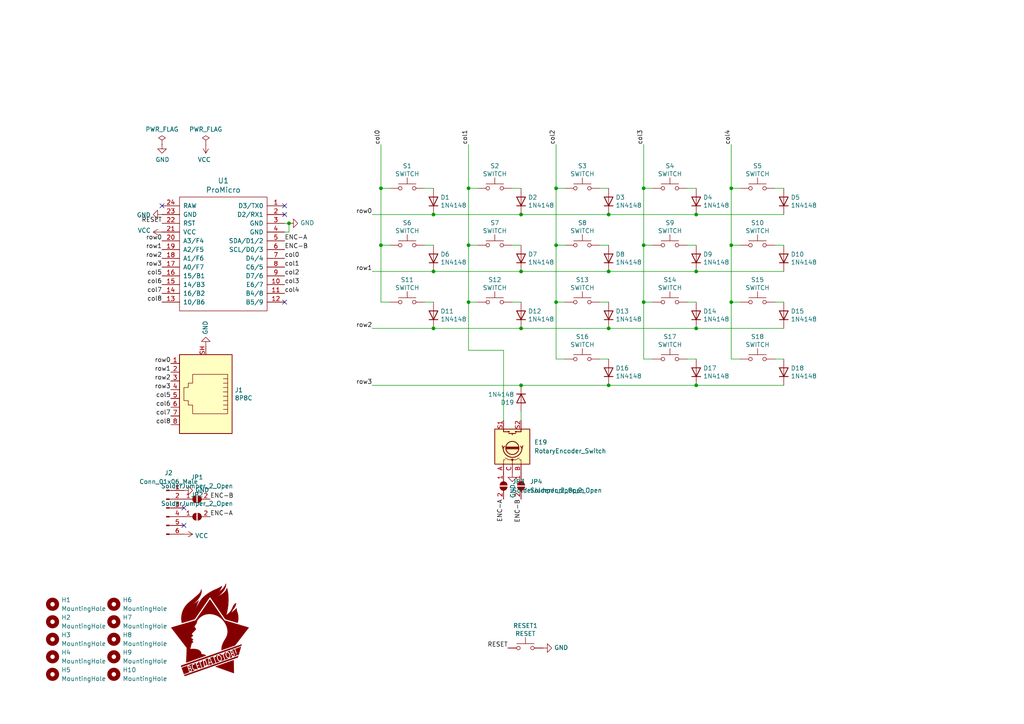
<source format=kicad_sch>
(kicad_sch (version 20230121) (generator eeschema)
  (paper "A4")
  (title_block (title "SEPR-LEFT") (date "2023-11-15") (rev "0.1"))
  (lib_symbols
    (symbol "Connector:Conn_01x06_Male" (pin_names (offset 1.016) hide)
      (property "Reference" "J" (at 0 7.62 0))
      (property "Value" "Conn_01x06_Male" (at 0 -10.16 0))
      (symbol "Conn_01x06_Male_1_1"
        (pin passive line (at 5.08 5.08 180) (length 3.81) (name "Pin_1") (number "1"))
        (pin passive line (at 5.08 2.54 180) (length 3.81) (name "Pin_2") (number "2"))
        (pin passive line (at 5.08 0 180) (length 3.81) (name "Pin_3") (number "3"))
        (pin passive line (at 5.08 -2.54 180) (length 3.81) (name "Pin_4") (number "4"))
        (pin passive line (at 5.08 -5.08 180) (length 3.81) (name "Pin_5") (number "5"))
        (pin passive line (at 5.08 -7.62 180) (length 3.81) (name "Pin_6") (number "6"))
      )
    )
    (symbol "Connector:RJ45_Shielded" (pin_names (offset 1.016))
      (property "Reference" "J" (at -5.08 13.97 0))
      (property "Value" "RJ45_Shielded" (at 2.54 13.97 0))
      (symbol "RJ45_Shielded_1_1"
        (pin passive line (at 10.16 -7.62 180) (length 2.54) (name "~") (number "1"))
        (pin passive line (at 10.16 -5.08 180) (length 2.54) (name "~") (number "2"))
        (pin passive line (at 10.16 -2.54 180) (length 2.54) (name "~") (number "3"))
        (pin passive line (at 10.16 0 180) (length 2.54) (name "~") (number "4"))
        (pin passive line (at 10.16 2.54 180) (length 2.54) (name "~") (number "5"))
        (pin passive line (at 10.16 5.08 180) (length 2.54) (name "~") (number "6"))
        (pin passive line (at 10.16 7.62 180) (length 2.54) (name "~") (number "7"))
        (pin passive line (at 10.16 10.16 180) (length 2.54) (name "~") (number "8"))
        (pin passive line (at 0 -12.7 90) (length 2.54) (name "~") (number "SH"))
      )
    )
    (symbol "Device:RotaryEncoder_Switch" (pin_names (offset 0.254) hide)
      (property "Reference" "SW" (at 0 6.604 0))
      (property "Value" "RotaryEncoder_Switch" (at 0 -6.604 0))
      (symbol "RotaryEncoder_Switch_1_1"
        (pin passive line (at -7.62 2.54 0) (length 2.54) (name "A") (number "A"))
        (pin passive line (at -7.62 -2.54 0) (length 2.54) (name "B") (number "B"))
        (pin passive line (at -7.62 0 0) (length 2.54) (name "C") (number "C"))
        (pin passive line (at 7.62 2.54 180) (length 2.54) (name "S1") (number "S1"))
        (pin passive line (at 7.62 -2.54 180) (length 2.54) (name "S2") (number "S2"))
      )
    )
    (symbol "Diode:1N4148" (pin_numbers hide) (pin_names (offset 1.016) hide)
      (property "Reference" "D" (at 0 2.54 0))
      (property "Value" "1N4148" (at 0 -2.54 0))
      (symbol "1N4148_1_1"
        (pin passive line (at -3.81 0 0) (length 2.54) (name "K") (number "1"))
        (pin passive line (at 3.81 0 180) (length 2.54) (name "A") (number "2"))
      )
    )
    (symbol "Jumper:SolderJumper_2_Open" (pin_names (offset 0) hide)
      (property "Reference" "JP" (at 0 2.032 0))
      (property "Value" "SolderJumper_2_Open" (at 0 -2.54 0))
      (symbol "SolderJumper_2_Open_1_1"
        (pin passive line (at -3.81 0 0) (length 2.54) (name "A") (number "1"))
        (pin passive line (at 3.81 0 180) (length 2.54) (name "B") (number "2"))
      )
    )
    (symbol "Mechanical:MountingHole" (pin_names (offset 1.016))
      (property "Reference" "H" (at 0 5.08 0))
      (property "Value" "MountingHole" (at 0 3.175 0))
    )
    (symbol "PROMICRO:PROMICRO" (pin_names (offset 1.016))
      (property "Reference" "U1" (at 1.27 25.0698 0))
      (property "Value" "PROMICRO" (at 1.27 22.3774 0))
      (symbol "PROMICRO_1_1"
        (pin bidirectional line (at 19.05 17.78 180) (length 5.08) (name "D3/TX0") (number "1"))
        (pin bidirectional line (at 19.05 -5.08 180) (length 5.08) (name "E6/7") (number "10"))
        (pin bidirectional line (at 19.05 -7.62 180) (length 5.08) (name "B4/8") (number "11"))
        (pin bidirectional line (at 19.05 -10.16 180) (length 5.08) (name "B5/9") (number "12"))
        (pin bidirectional line (at -16.51 -10.16 0) (length 5.08) (name "10/B6") (number "13"))
        (pin bidirectional line (at -16.51 -7.62 0) (length 5.08) (name "16/B2") (number "14"))
        (pin bidirectional line (at -16.51 -5.08 0) (length 5.08) (name "14/B3") (number "15"))
        (pin bidirectional line (at -16.51 -2.54 0) (length 5.08) (name "15/B1") (number "16"))
        (pin bidirectional line (at -16.51 0 0) (length 5.08) (name "A0/F7") (number "17"))
        (pin bidirectional line (at -16.51 2.54 0) (length 5.08) (name "A1/F6") (number "18"))
        (pin bidirectional line (at -16.51 5.08 0) (length 5.08) (name "A2/F5") (number "19"))
        (pin bidirectional line (at 19.05 15.24 180) (length 5.08) (name "D2/RX1") (number "2"))
        (pin bidirectional line (at -16.51 7.62 0) (length 5.08) (name "A3/F4") (number "20"))
        (pin power_in line (at -16.51 10.16 0) (length 5.08) (name "VCC") (number "21"))
        (pin input line (at -16.51 12.7 0) (length 5.08) (name "RST") (number "22"))
        (pin power_in line (at -16.51 15.24 0) (length 5.08) (name "GND") (number "23"))
        (pin power_out line (at -16.51 17.78 0) (length 5.08) (name "RAW") (number "24"))
        (pin power_in line (at 19.05 12.7 180) (length 5.08) (name "GND") (number "3"))
        (pin power_in line (at 19.05 10.16 180) (length 5.08) (name "GND") (number "4"))
        (pin bidirectional line (at 19.05 7.62 180) (length 5.08) (name "SDA/D1/2") (number "5"))
        (pin bidirectional line (at 19.05 5.08 180) (length 5.08) (name "SCL/D0/3") (number "6"))
        (pin bidirectional line (at 19.05 2.54 180) (length 5.08) (name "D4/4") (number "7"))
        (pin bidirectional line (at 19.05 0 180) (length 5.08) (name "C6/5") (number "8"))
        (pin bidirectional line (at 19.05 -2.54 180) (length 5.08) (name "D7/6") (number "9"))
      )
    )
    (symbol "SEPOR-LOGO:LOGO" (pin_names (offset 1.016)))
    (symbol "Switch:SW_Push" (pin_numbers hide) (pin_names (offset 1.016) hide)
      (property "Reference" "SW" (at 1.27 2.54 0))
      (property "Value" "SW_Push" (at 0 -1.524 0))
      (symbol "SW_Push_0_1"
        (pin passive line (at -5.08 0 0) (length 2.54) (name "1") (number "1"))
        (pin passive line (at 5.08 0 180) (length 2.54) (name "2") (number "2"))
      )
    )
    (symbol "power:GND" (power) (pin_names (offset 0))
      (property "Value" "GND" (at 0 -3.81 0))
      (symbol "GND_1_1"
        (pin power_in line (at 0 0 270) (length 0) hide (name "GND") (number "1"))
      )
    )
    (symbol "power:PWR_FLAG" (power) (pin_numbers hide) (pin_names (offset 0) hide)
      (property "Value" "PWR_FLAG" (at 0 3.81 0))
      (symbol "PWR_FLAG_0_0"
        (pin power_out line (at 0 0 90) (length 0) (name "pwr") (number "1"))
      )
    )
    (symbol "power:VCC" (power) (pin_names (offset 0))
      (property "Value" "VCC" (at 0 3.81 0))
      (symbol "VCC_1_1"
        (pin power_in line (at 0 0 90) (length 0) hide (name "VCC") (number "1"))
      )
    )
  )
  (junction (at 201.93 95.25))
  (junction (at 151.13 62.23))
  (junction (at 110.49 54.61))
  (junction (at 161.29 54.61))
  (junction (at 186.69 54.61))
  (junction (at 110.49 71.12))
  (junction (at 186.69 87.63))
  (junction (at 161.29 87.63))
  (junction (at 135.89 71.12))
  (junction (at 125.73 62.23))
  (junction (at 212.09 54.61))
  (junction (at 151.13 95.25))
  (junction (at 125.73 95.25))
  (junction (at 125.73 78.74))
  (junction (at 201.93 62.23))
  (junction (at 176.53 78.74))
  (junction (at 176.53 62.23))
  (junction (at 186.69 71.12))
  (junction (at 135.89 87.63))
  (junction (at 151.13 78.74))
  (junction (at 176.53 111.76))
  (junction (at 201.93 78.74))
  (junction (at 212.09 71.12))
  (junction (at 212.09 87.63))
  (junction (at 151.13 111.76))
  (junction (at 201.93 111.76))
  (junction (at 176.53 95.25))
  (junction (at 161.29 71.12))
  (junction (at 135.89 54.61))
  (junction (at 83.82 64.77))
  (no_connect (at 82.55 59.69))
  (no_connect (at 82.55 62.23))
  (no_connect (at 82.55 87.63))
  (no_connect (at 53.34 147.32))
  (no_connect (at 46.99 59.69))
  (no_connect (at 53.34 152.4))
  (wire (pts (xy 146.05 121.92) (xy 146.05 101.6)))
  (wire (pts (xy 212.09 104.14) (xy 214.63 104.14)))
  (wire (pts (xy 212.09 54.61) (xy 214.63 54.61)))
  (wire (pts (xy 224.79 71.12) (xy 227.33 71.12)))
  (wire (pts (xy 110.49 71.12) (xy 110.49 87.63)))
  (wire (pts (xy 135.89 101.6) (xy 135.89 87.63)))
  (wire (pts (xy 123.19 87.63) (xy 125.73 87.63)))
  (wire (pts (xy 135.89 87.63) (xy 138.43 87.63)))
  (wire (pts (xy 199.39 87.63) (xy 201.93 87.63)))
  (wire (pts (xy 83.82 67.31) (xy 83.82 64.77)))
  (wire (pts (xy 176.53 78.74) (xy 201.93 78.74)))
  (wire (pts (xy 82.55 64.77) (xy 83.82 64.77)))
  (wire (pts (xy 212.09 41.91) (xy 212.09 54.61)))
  (wire (pts (xy 173.99 87.63) (xy 176.53 87.63)))
  (wire (pts (xy 107.95 62.23) (xy 125.73 62.23)))
  (wire (pts (xy 151.13 119.38) (xy 151.13 121.92)))
  (wire (pts (xy 135.89 41.91) (xy 135.89 54.61)))
  (wire (pts (xy 186.69 87.63) (xy 189.23 87.63)))
  (wire (pts (xy 161.29 104.14) (xy 163.83 104.14)))
  (wire (pts (xy 212.09 54.61) (xy 212.09 71.12)))
  (wire (pts (xy 107.95 95.25) (xy 125.73 95.25)))
  (wire (pts (xy 161.29 54.61) (xy 163.83 54.61)))
  (wire (pts (xy 212.09 87.63) (xy 214.63 87.63)))
  (wire (pts (xy 224.79 87.63) (xy 227.33 87.63)))
  (wire (pts (xy 199.39 54.61) (xy 201.93 54.61)))
  (wire (pts (xy 123.19 54.61) (xy 125.73 54.61)))
  (wire (pts (xy 161.29 87.63) (xy 161.29 104.14)))
  (wire (pts (xy 110.49 54.61) (xy 113.03 54.61)))
  (wire (pts (xy 161.29 54.61) (xy 161.29 71.12)))
  (wire (pts (xy 186.69 71.12) (xy 189.23 71.12)))
  (wire (pts (xy 199.39 104.14) (xy 201.93 104.14)))
  (wire (pts (xy 173.99 54.61) (xy 176.53 54.61)))
  (wire (pts (xy 176.53 62.23) (xy 201.93 62.23)))
  (wire (pts (xy 186.69 41.91) (xy 186.69 54.61)))
  (wire (pts (xy 212.09 87.63) (xy 212.09 104.14)))
  (wire (pts (xy 125.73 78.74) (xy 151.13 78.74)))
  (wire (pts (xy 110.49 87.63) (xy 113.03 87.63)))
  (wire (pts (xy 107.95 111.76) (xy 151.13 111.76)))
  (wire (pts (xy 161.29 87.63) (xy 163.83 87.63)))
  (wire (pts (xy 125.73 95.25) (xy 151.13 95.25)))
  (wire (pts (xy 135.89 54.61) (xy 135.89 71.12)))
  (wire (pts (xy 186.69 104.14) (xy 189.23 104.14)))
  (wire (pts (xy 212.09 71.12) (xy 214.63 71.12)))
  (wire (pts (xy 201.93 78.74) (xy 227.33 78.74)))
  (wire (pts (xy 107.95 78.74) (xy 125.73 78.74)))
  (wire (pts (xy 186.69 71.12) (xy 186.69 87.63)))
  (wire (pts (xy 201.93 111.76) (xy 227.33 111.76)))
  (wire (pts (xy 201.93 95.25) (xy 227.33 95.25)))
  (wire (pts (xy 173.99 71.12) (xy 176.53 71.12)))
  (wire (pts (xy 151.13 78.74) (xy 176.53 78.74)))
  (wire (pts (xy 146.05 101.6) (xy 135.89 101.6)))
  (wire (pts (xy 123.19 71.12) (xy 125.73 71.12)))
  (wire (pts (xy 148.59 54.61) (xy 151.13 54.61)))
  (wire (pts (xy 186.69 54.61) (xy 189.23 54.61)))
  (wire (pts (xy 176.53 111.76) (xy 201.93 111.76)))
  (wire (pts (xy 161.29 41.91) (xy 161.29 54.61)))
  (wire (pts (xy 224.79 54.61) (xy 227.33 54.61)))
  (wire (pts (xy 135.89 54.61) (xy 138.43 54.61)))
  (wire (pts (xy 148.59 87.63) (xy 151.13 87.63)))
  (wire (pts (xy 125.73 62.23) (xy 151.13 62.23)))
  (wire (pts (xy 110.49 54.61) (xy 110.49 71.12)))
  (wire (pts (xy 151.13 95.25) (xy 176.53 95.25)))
  (wire (pts (xy 110.49 71.12) (xy 113.03 71.12)))
  (wire (pts (xy 224.79 104.14) (xy 227.33 104.14)))
  (wire (pts (xy 148.59 71.12) (xy 151.13 71.12)))
  (wire (pts (xy 135.89 71.12) (xy 138.43 71.12)))
  (wire (pts (xy 135.89 71.12) (xy 135.89 87.63)))
  (wire (pts (xy 82.55 67.31) (xy 83.82 67.31)))
  (wire (pts (xy 199.39 71.12) (xy 201.93 71.12)))
  (wire (pts (xy 212.09 71.12) (xy 212.09 87.63)))
  (wire (pts (xy 163.83 71.12) (xy 161.29 71.12)))
  (wire (pts (xy 201.93 62.23) (xy 227.33 62.23)))
  (wire (pts (xy 151.13 111.76) (xy 176.53 111.76)))
  (wire (pts (xy 176.53 95.25) (xy 201.93 95.25)))
  (wire (pts (xy 161.29 71.12) (xy 161.29 87.63)))
  (wire (pts (xy 186.69 54.61) (xy 186.69 71.12)))
  (wire (pts (xy 110.49 41.91) (xy 110.49 54.61)))
  (wire (pts (xy 151.13 62.23) (xy 176.53 62.23)))
  (wire (pts (xy 173.99 104.14) (xy 176.53 104.14)))
  (wire (pts (xy 186.69 87.63) (xy 186.69 104.14)))
  (label "row1" (at 49.53 107.95 180))
  (label "ENC-A" (at 146.05 144.78 270))
  (label "col7" (at 49.53 120.65 180))
  (label "col6" (at 46.99 82.55 180))
  (label "row1" (at 107.95 78.74 180))
  (label "col7" (at 46.99 85.09 180))
  (label "col6" (at 49.53 118.11 180))
  (label "ENC-A" (at 60.96 149.86 0))
  (label "row0" (at 107.95 62.23 180))
  (label "col1" (at 82.55 77.47 0))
  (label "col4" (at 212.09 41.91 90))
  (label "col8" (at 49.53 123.19 180))
  (label "row0" (at 49.53 105.41 180))
  (label "col3" (at 82.55 82.55 0))
  (label "col2" (at 161.29 41.91 90))
  (label "col5" (at 49.53 115.57 180))
  (label "RESET" (at 147.32 187.96 180))
  (label "col8" (at 46.99 87.63 180))
  (label "row2" (at 46.99 74.93 180))
  (label "ENC-B" (at 82.55 72.39 0))
  (label "col0" (at 82.55 74.93 0))
  (label "row0" (at 46.99 69.85 180))
  (label "row2" (at 49.53 110.49 180))
  (label "col0" (at 110.49 41.91 90))
  (label "col2" (at 82.55 80.01 0))
  (label "col1" (at 135.89 41.91 90))
  (label "ENC-B" (at 60.96 144.78 0))
  (label "row3" (at 49.53 113.03 180))
  (label "ENC-A" (at 82.55 69.85 0))
  (label "row3" (at 107.95 111.76 180))
  (label "RESET" (at 46.99 64.77 180))
  (label "col4" (at 82.55 85.09 0))
  (label "ENC-B" (at 151.13 144.78 270))
  (label "row3" (at 46.99 77.47 180))
  (label "row2" (at 107.95 95.25 180))
  (label "col5" (at 46.99 80.01 180))
  (label "row1" (at 46.99 72.39 180))
  (label "col3" (at 186.69 41.91 90))
  (symbol (lib_id "Connector:Conn_01x06_Male") (at 48.26 147.32 0) (unit 1)
    (property "Reference" "J2" (at 48.895 137.16 0))
    (property "Value" "Conn_01x06_Male" (at 48.895 139.7 0))
    (property "Footprint" "Connector_PinHeader_2.00mm:PinHeader_2x03_P2.00mm_Vertical" (effects hide))
  )
  (symbol (lib_id "Diode:1N4148") (at 151.13 115.57 270) (unit 1)
    (property "Reference" "D19" (at 149.1234 116.7384 90) (effects (justify right)))
    (property "Value" "1N4148" (at 149.1234 114.427 90) (effects (justify right)))
    (property "Footprint" "Diode_SMD:D_SOD-323" (effects hide))
    (property "Datasheet" "https://assets.nexperia.com/documents/data-sheet/1N4148_1N4448.pdf" (effects hide))
  )
  (symbol (lib_id "Diode:1N4148") (at 176.53 107.95 90) (unit 1)
    (property "Reference" "D16" (at 178.5366 106.7816 90) (effects (justify right)))
    (property "Value" "1N4148" (at 178.5366 109.093 90) (effects (justify right)))
    (property "Footprint" "Diode_SMD:D_SOD-323" (effects hide))
    (property "Datasheet" "https://assets.nexperia.com/documents/data-sheet/1N4148_1N4448.pdf" (effects hide))
  )
  (symbol (lib_id "Diode:1N4148") (at 151.13 74.93 90) (unit 1)
    (property "Reference" "D7" (at 153.1366 73.7616 90) (effects (justify right)))
    (property "Value" "1N4148" (at 153.1366 76.073 90) (effects (justify right)))
    (property "Footprint" "Diode_SMD:D_SOD-323" (effects hide))
    (property "Datasheet" "https://assets.nexperia.com/documents/data-sheet/1N4148_1N4448.pdf" (effects hide))
  )
  (symbol (lib_id "Switch:SW_Push") (at 194.31 71.12 0) (unit 1)
    (property "Reference" "S9" (at 194.31 64.643 0))
    (property "Value" "SWITCH" (at 194.31 66.9544 0))
    (property "Footprint" "SEPR34-footprints:SEPOR-MX-KS27-HOTSWAP-1U" (effects hide))
  )
  (symbol (lib_id "Switch:SW_Push") (at 168.91 104.14 0) (unit 1)
    (property "Reference" "S16" (at 168.91 97.663 0))
    (property "Value" "SWITCH" (at 168.91 99.9744 0))
    (property "Footprint" "SEPR34-footprints:SEPOR-MX-KS27-HOTSWAP-1U" (effects hide))
  )
  (symbol (lib_id "power:VCC") (at 53.34 154.94 270) (unit 1)
    (property "Reference" "#PWR09" (effects hide))
    (property "Value" "VCC" (at 56.5658 155.3972 90) (effects (justify left)))
  )
  (symbol (lib_id "Switch:SW_Push") (at 219.71 104.14 0) (unit 1)
    (property "Reference" "S18" (at 219.71 97.663 0))
    (property "Value" "SWITCH" (at 219.71 99.9744 0))
    (property "Footprint" "SEPR34-footprints:SEPOR-MX-KS27-HOTSWAP-1U" (effects hide))
  )
  (symbol (lib_id "power:VCC") (at 59.69 41.91 180) (unit 1)
    (property "Reference" "#PWR02" (effects hide))
    (property "Value" "VCC" (at 59.2328 46.3042 0))
  )
  (symbol (lib_id "Device:RotaryEncoder_Switch") (at 148.59 129.54 90) (unit 1)
    (property "Reference" "E19" (at 154.94 128.2699 90) (effects (justify right)))
    (property "Value" "RotaryEncoder_Switch" (at 154.94 130.8099 90) (effects (justify right)))
    (property "Footprint" "Rotary_Encoder:RotaryEncoder_Alps_EC11E-Switch_Vertical_H20mm" (effects hide))
  )
  (symbol (lib_id "Diode:1N4148") (at 125.73 58.42 90) (unit 1)
    (property "Reference" "D1" (at 127.7366 57.2516 90) (effects (justify right)))
    (property "Value" "1N4148" (at 127.7366 59.563 90) (effects (justify right)))
    (property "Footprint" "Diode_SMD:D_SOD-323" (effects hide))
    (property "Datasheet" "https://assets.nexperia.com/documents/data-sheet/1N4148_1N4448.pdf" (effects hide))
  )
  (symbol (lib_id "Jumper:SolderJumper_2_Open") (at 151.13 140.97 270) (unit 1)
    (property "Reference" "JP4" (at 153.67 139.6999 90) (effects (justify left)))
    (property "Value" "SolderJumper_2_Open" (at 153.67 142.2399 90) (effects (justify left)))
    (property "Footprint" "Jumper:SolderJumper-2_P1.3mm_Open_TrianglePad1.0x1.5mm" (effects hide))
  )
  (symbol (lib_id "Switch:SW_Push") (at 168.91 71.12 0) (unit 1)
    (property "Reference" "S8" (at 168.91 64.643 0))
    (property "Value" "SWITCH" (at 168.91 66.9544 0))
    (property "Footprint" "SEPR34-footprints:SEPOR-MX-KS27-HOTSWAP-1U" (effects hide))
  )
  (symbol (lib_id "Switch:SW_Push") (at 194.31 104.14 0) (unit 1)
    (property "Reference" "S17" (at 194.31 97.663 0))
    (property "Value" "SWITCH" (at 194.31 99.9744 0))
    (property "Footprint" "SEPR34-footprints:SEPOR-MX-KS27-HOTSWAP-1U" (effects hide))
  )
  (symbol (lib_id "Mechanical:MountingHole") (at 33.02 190.5 0) (unit 1)
    (property "Reference" "H9" (at 35.56 189.2299 0) (effects (justify left)))
    (property "Value" "MountingHole" (at 35.56 191.7699 0) (effects (justify left)))
    (property "Footprint" "MountingHole:MountingHole_2.2mm_M2" (effects hide))
  )
  (symbol (lib_id "Mechanical:MountingHole") (at 15.24 180.34 0) (unit 1)
    (property "Reference" "H2" (at 17.78 179.0699 0) (effects (justify left)))
    (property "Value" "MountingHole" (at 17.78 181.6099 0) (effects (justify left)))
    (property "Footprint" "MountingHole:MountingHole_2.2mm_M2" (effects hide))
  )
  (symbol (lib_id "Jumper:SolderJumper_2_Open") (at 57.15 144.78 0) (unit 1)
    (property "Reference" "JP1" (at 57.15 138.43 0))
    (property "Value" "SolderJumper_2_Open" (at 57.15 140.97 0))
    (property "Footprint" "Jumper:SolderJumper-2_P1.3mm_Open_TrianglePad1.0x1.5mm" (effects hide))
  )
  (symbol (lib_id "Mechanical:MountingHole") (at 15.24 190.5 0) (unit 1)
    (property "Reference" "H4" (at 17.78 189.2299 0) (effects (justify left)))
    (property "Value" "MountingHole" (at 17.78 191.7699 0) (effects (justify left)))
    (property "Footprint" "MountingHole:MountingHole_2.2mm_M2" (effects hide))
  )
  (symbol (lib_id "Diode:1N4148") (at 201.93 58.42 90) (unit 1)
    (property "Reference" "D4" (at 203.9366 57.2516 90) (effects (justify right)))
    (property "Value" "1N4148" (at 203.9366 59.563 90) (effects (justify right)))
    (property "Footprint" "Diode_SMD:D_SOD-323" (effects hide))
    (property "Datasheet" "https://assets.nexperia.com/documents/data-sheet/1N4148_1N4448.pdf" (effects hide))
  )
  (symbol (lib_id "Mechanical:MountingHole") (at 33.02 180.34 0) (unit 1)
    (property "Reference" "H7" (at 35.56 179.0699 0) (effects (justify left)))
    (property "Value" "MountingHole" (at 35.56 181.6099 0) (effects (justify left)))
    (property "Footprint" "MountingHole:MountingHole_2.2mm_M2" (effects hide))
  )
  (symbol (lib_id "Diode:1N4148") (at 201.93 91.44 90) (unit 1)
    (property "Reference" "D14" (at 203.9366 90.2716 90) (effects (justify right)))
    (property "Value" "1N4148" (at 203.9366 92.583 90) (effects (justify right)))
    (property "Footprint" "Diode_SMD:D_SOD-323" (effects hide))
    (property "Datasheet" "https://assets.nexperia.com/documents/data-sheet/1N4148_1N4448.pdf" (effects hide))
  )
  (symbol (lib_id "Diode:1N4148") (at 227.33 91.44 90) (unit 1)
    (property "Reference" "D15" (at 229.3366 90.2716 90) (effects (justify right)))
    (property "Value" "1N4148" (at 229.3366 92.583 90) (effects (justify right)))
    (property "Footprint" "Diode_SMD:D_SOD-323" (effects hide))
    (property "Datasheet" "https://assets.nexperia.com/documents/data-sheet/1N4148_1N4448.pdf" (effects hide))
  )
  (symbol (lib_id "Switch:SW_Push") (at 194.31 87.63 0) (unit 1)
    (property "Reference" "S14" (at 194.31 81.153 0))
    (property "Value" "SWITCH" (at 194.31 83.4644 0))
    (property "Footprint" "SEPR34-footprints:SEPOR-MX-KS27-HOTSWAP-1U" (effects hide))
  )
  (symbol (lib_id "Jumper:SolderJumper_2_Open") (at 57.15 149.86 0) (unit 1)
    (property "Reference" "JP2" (at 57.15 143.51 0))
    (property "Value" "SolderJumper_2_Open" (at 57.15 146.05 0))
    (property "Footprint" "Jumper:SolderJumper-2_P1.3mm_Open_TrianglePad1.0x1.5mm" (effects hide))
  )
  (symbol (lib_id "power:PWR_FLAG") (at 59.69 41.91 0) (unit 1)
    (property "Reference" "#FLG02" (effects hide))
    (property "Value" "PWR_FLAG" (at 59.69 37.5158 0))
  )
  (symbol (lib_id "Mechanical:MountingHole") (at 15.24 185.42 0) (unit 1)
    (property "Reference" "H3" (at 17.78 184.1499 0) (effects (justify left)))
    (property "Value" "MountingHole" (at 17.78 186.6899 0) (effects (justify left)))
    (property "Footprint" "MountingHole:MountingHole_2.2mm_M2" (effects hide))
  )
  (symbol (lib_id "power:GND") (at 59.69 100.33 180) (unit 1)
    (property "Reference" "#PWR06" (effects hide))
    (property "Value" "GND" (at 59.563 97.0788 90) (effects (justify right)))
  )
  (symbol (lib_id "Switch:SW_Push") (at 118.11 54.61 0) (unit 1)
    (property "Reference" "S1" (at 118.11 48.133 0))
    (property "Value" "SWITCH" (at 118.11 50.4444 0))
    (property "Footprint" "SEPR34-footprints:SEPOR-MX-KS27-HOTSWAP-1U" (effects hide))
  )
  (symbol (lib_id "power:VCC") (at 46.99 67.31 90) (unit 1)
    (property "Reference" "#PWR05" (effects hide))
    (property "Value" "VCC" (at 43.7642 66.8528 90) (effects (justify left)))
  )
  (symbol (lib_id "Mechanical:MountingHole") (at 15.24 175.26 0) (unit 1)
    (property "Reference" "H1" (at 17.78 173.9899 0) (effects (justify left)))
    (property "Value" "MountingHole" (at 17.78 176.5299 0) (effects (justify left)))
    (property "Footprint" "MountingHole:MountingHole_2.2mm_M2" (effects hide))
  )
  (symbol (lib_id "SEPOR-LOGO:LOGO") (at 60.96 182.88 0) (unit 1)
    (property "Reference" "#G1" (effects hide))
    (property "Value" "LOGO" (effects hide))
  )
  (symbol (lib_id "Diode:1N4148") (at 227.33 107.95 90) (unit 1)
    (property "Reference" "D18" (at 229.3366 106.7816 90) (effects (justify right)))
    (property "Value" "1N4148" (at 229.3366 109.093 90) (effects (justify right)))
    (property "Footprint" "Diode_SMD:D_SOD-323" (effects hide))
    (property "Datasheet" "https://assets.nexperia.com/documents/data-sheet/1N4148_1N4448.pdf" (effects hide))
  )
  (symbol (lib_id "Diode:1N4148") (at 176.53 58.42 90) (unit 1)
    (property "Reference" "D3" (at 178.5366 57.2516 90) (effects (justify right)))
    (property "Value" "1N4148" (at 178.5366 59.563 90) (effects (justify right)))
    (property "Footprint" "Diode_SMD:D_SOD-323" (effects hide))
    (property "Datasheet" "https://assets.nexperia.com/documents/data-sheet/1N4148_1N4448.pdf" (effects hide))
  )
  (symbol (lib_id "power:GND") (at 148.59 137.16 0) (unit 1)
    (property "Reference" "#PWR010" (effects hide))
    (property "Value" "GND" (at 148.717 140.4112 90) (effects (justify right)))
  )
  (symbol (lib_id "Connector:RJ45_Shielded") (at 59.69 113.03 180) (unit 1)
    (property "Reference" "J1" (at 68.072 113.1316 0) (effects (justify right)))
    (property "Value" "8P8C" (at 68.072 115.443 0) (effects (justify right)))
    (property "Footprint" "SEPR34-footprints:RJ45-HELING-MJ88-XX11-HLSV6-SMD" (effects hide))
  )
  (symbol (lib_id "Switch:SW_Push") (at 152.4 187.96 0) (unit 1)
    (property "Reference" "RESET1" (at 152.4 181.483 0))
    (property "Value" "RESET" (at 152.4 183.7944 0))
    (property "Footprint" "Button_Switch_SMD:SW_SPST_TL3342" (effects hide))
  )
  (symbol (lib_id "power:PWR_FLAG") (at 46.99 41.91 0) (unit 1)
    (property "Reference" "#FLG01" (effects hide))
    (property "Value" "PWR_FLAG" (at 46.99 37.5158 0))
  )
  (symbol (lib_id "Mechanical:MountingHole") (at 33.02 185.42 0) (unit 1)
    (property "Reference" "H8" (at 35.56 184.1499 0) (effects (justify left)))
    (property "Value" "MountingHole" (at 35.56 186.6899 0) (effects (justify left)))
    (property "Footprint" "MountingHole:MountingHole_2.2mm_M2" (effects hide))
  )
  (symbol (lib_id "Switch:SW_Push") (at 118.11 71.12 0) (unit 1)
    (property "Reference" "S6" (at 118.11 64.643 0))
    (property "Value" "SWITCH" (at 118.11 66.9544 0))
    (property "Footprint" "SEPR34-footprints:SEPOR-MX-KS27-HOTSWAP-1U" (effects hide))
  )
  (symbol (lib_id "Diode:1N4148") (at 125.73 91.44 90) (unit 1)
    (property "Reference" "D11" (at 127.7366 90.2716 90) (effects (justify right)))
    (property "Value" "1N4148" (at 127.7366 92.583 90) (effects (justify right)))
    (property "Footprint" "Diode_SMD:D_SOD-323" (effects hide))
    (property "Datasheet" "https://assets.nexperia.com/documents/data-sheet/1N4148_1N4448.pdf" (effects hide))
  )
  (symbol (lib_id "Switch:SW_Push") (at 219.71 54.61 0) (unit 1)
    (property "Reference" "S5" (at 219.71 48.133 0))
    (property "Value" "SWITCH" (at 219.71 50.4444 0))
    (property "Footprint" "SEPR34-footprints:SEPOR-MX-KS27-HOTSWAP-1U" (effects hide))
  )
  (symbol (lib_id "Switch:SW_Push") (at 143.51 54.61 0) (unit 1)
    (property "Reference" "S2" (at 143.51 48.133 0))
    (property "Value" "SWITCH" (at 143.51 50.4444 0))
    (property "Footprint" "SEPR34-footprints:SEPOR-MX-KS27-HOTSWAP-1U" (effects hide))
  )
  (symbol (lib_id "Jumper:SolderJumper_2_Open") (at 146.05 140.97 270) (unit 1)
    (property "Reference" "JP3" (at 148.59 139.6999 90) (effects (justify left)))
    (property "Value" "SolderJumper_2_Open" (at 148.59 142.2399 90) (effects (justify left)))
    (property "Footprint" "Jumper:SolderJumper-2_P1.3mm_Open_TrianglePad1.0x1.5mm" (effects hide))
  )
  (symbol (lib_id "Diode:1N4148") (at 151.13 58.42 90) (unit 1)
    (property "Reference" "D2" (at 153.1366 57.2516 90) (effects (justify right)))
    (property "Value" "1N4148" (at 153.1366 59.563 90) (effects (justify right)))
    (property "Footprint" "Diode_SMD:D_SOD-323" (effects hide))
    (property "Datasheet" "https://assets.nexperia.com/documents/data-sheet/1N4148_1N4448.pdf" (effects hide))
  )
  (symbol (lib_id "power:GND") (at 157.48 187.96 90) (unit 1)
    (property "Reference" "#PWR08" (effects hide))
    (property "Value" "GND" (at 160.7312 187.833 90) (effects (justify right)))
  )
  (symbol (lib_id "Switch:SW_Push") (at 143.51 87.63 0) (unit 1)
    (property "Reference" "S12" (at 143.51 81.153 0))
    (property "Value" "SWITCH" (at 143.51 83.4644 0))
    (property "Footprint" "SEPR34-footprints:SEPOR-MX-KS27-HOTSWAP-1U" (effects hide))
  )
  (symbol (lib_id "Switch:SW_Push") (at 143.51 71.12 0) (unit 1)
    (property "Reference" "S7" (at 143.51 64.643 0))
    (property "Value" "SWITCH" (at 143.51 66.9544 0))
    (property "Footprint" "SEPR34-footprints:SEPOR-MX-KS27-HOTSWAP-1U" (effects hide))
  )
  (symbol (lib_id "Diode:1N4148") (at 176.53 74.93 90) (unit 1)
    (property "Reference" "D8" (at 178.5366 73.7616 90) (effects (justify right)))
    (property "Value" "1N4148" (at 178.5366 76.073 90) (effects (justify right)))
    (property "Footprint" "Diode_SMD:D_SOD-323" (effects hide))
    (property "Datasheet" "https://assets.nexperia.com/documents/data-sheet/1N4148_1N4448.pdf" (effects hide))
  )
  (symbol (lib_id "PROMICRO:PROMICRO") (at 63.5 77.47 0) (unit 1)
    (property "Reference" "U1" (at 64.77 52.4002 0) (effects (font (size 1.524 1.524))))
    (property "Value" "ProMicro" (at 64.77 55.0926 0) (effects (font (size 1.524 1.524))))
    (property "Footprint" "SEPR34-footprints:ProMicro" (effects hide))
  )
  (symbol (lib_id "Mechanical:MountingHole") (at 33.02 195.58 0) (unit 1)
    (property "Reference" "H10" (at 35.56 194.3099 0) (effects (justify left)))
    (property "Value" "MountingHole" (at 35.56 196.8499 0) (effects (justify left)))
    (property "Footprint" "MountingHole:MountingHole_2.2mm_M2" (effects hide))
  )
  (symbol (lib_id "Switch:SW_Push") (at 194.31 54.61 0) (unit 1)
    (property "Reference" "S4" (at 194.31 48.133 0))
    (property "Value" "SWITCH" (at 194.31 50.4444 0))
    (property "Footprint" "SEPR34-footprints:SEPOR-MX-KS27-HOTSWAP-1U" (effects hide))
  )
  (symbol (lib_id "Diode:1N4148") (at 201.93 107.95 90) (unit 1)
    (property "Reference" "D17" (at 203.9366 106.7816 90) (effects (justify right)))
    (property "Value" "1N4148" (at 203.9366 109.093 90) (effects (justify right)))
    (property "Footprint" "Diode_SMD:D_SOD-323" (effects hide))
    (property "Datasheet" "https://assets.nexperia.com/documents/data-sheet/1N4148_1N4448.pdf" (effects hide))
  )
  (symbol (lib_id "Diode:1N4148") (at 201.93 74.93 90) (unit 1)
    (property "Reference" "D9" (at 203.9366 73.7616 90) (effects (justify right)))
    (property "Value" "1N4148" (at 203.9366 76.073 90) (effects (justify right)))
    (property "Footprint" "Diode_SMD:D_SOD-323" (effects hide))
    (property "Datasheet" "https://assets.nexperia.com/documents/data-sheet/1N4148_1N4448.pdf" (effects hide))
  )
  (symbol (lib_id "Mechanical:MountingHole") (at 15.24 195.58 0) (unit 1)
    (property "Reference" "H5" (at 17.78 194.3099 0) (effects (justify left)))
    (property "Value" "MountingHole" (at 17.78 196.8499 0) (effects (justify left)))
    (property "Footprint" "MountingHole:MountingHole_2.2mm_M2" (effects hide))
  )
  (symbol (lib_id "Diode:1N4148") (at 176.53 91.44 90) (unit 1)
    (property "Reference" "D13" (at 178.5366 90.2716 90) (effects (justify right)))
    (property "Value" "1N4148" (at 178.5366 92.583 90) (effects (justify right)))
    (property "Footprint" "Diode_SMD:D_SOD-323" (effects hide))
    (property "Datasheet" "https://assets.nexperia.com/documents/data-sheet/1N4148_1N4448.pdf" (effects hide))
  )
  (symbol (lib_id "power:GND") (at 83.82 64.77 90) (unit 1)
    (property "Reference" "#PWR04" (effects hide))
    (property "Value" "GND" (at 87.0712 64.643 90) (effects (justify right)))
  )
  (symbol (lib_id "Diode:1N4148") (at 151.13 91.44 90) (unit 1)
    (property "Reference" "D12" (at 153.1366 90.2716 90) (effects (justify right)))
    (property "Value" "1N4148" (at 153.1366 92.583 90) (effects (justify right)))
    (property "Footprint" "Diode_SMD:D_SOD-323" (effects hide))
    (property "Datasheet" "https://assets.nexperia.com/documents/data-sheet/1N4148_1N4448.pdf" (effects hide))
  )
  (symbol (lib_id "Diode:1N4148") (at 125.73 74.93 90) (unit 1)
    (property "Reference" "D6" (at 127.7366 73.7616 90) (effects (justify right)))
    (property "Value" "1N4148" (at 127.7366 76.073 90) (effects (justify right)))
    (property "Footprint" "Diode_SMD:D_SOD-323" (effects hide))
    (property "Datasheet" "https://assets.nexperia.com/documents/data-sheet/1N4148_1N4448.pdf" (effects hide))
  )
  (symbol (lib_id "Switch:SW_Push") (at 168.91 87.63 0) (unit 1)
    (property "Reference" "S13" (at 168.91 81.153 0))
    (property "Value" "SWITCH" (at 168.91 83.4644 0))
    (property "Footprint" "SEPR34-footprints:SEPOR-MX-KS27-HOTSWAP-1U" (effects hide))
  )
  (symbol (lib_id "Switch:SW_Push") (at 168.91 54.61 0) (unit 1)
    (property "Reference" "S3" (at 168.91 48.133 0))
    (property "Value" "SWITCH" (at 168.91 50.4444 0))
    (property "Footprint" "SEPR34-footprints:SEPOR-MX-KS27-HOTSWAP-1U" (effects hide))
  )
  (symbol (lib_id "Mechanical:MountingHole") (at 33.02 175.26 0) (unit 1)
    (property "Reference" "H6" (at 35.56 173.9899 0) (effects (justify left)))
    (property "Value" "MountingHole" (at 35.56 176.5299 0) (effects (justify left)))
    (property "Footprint" "MountingHole:MountingHole_2.2mm_M2" (effects hide))
  )
  (symbol (lib_id "Switch:SW_Push") (at 219.71 87.63 0) (unit 1)
    (property "Reference" "S15" (at 219.71 81.153 0))
    (property "Value" "SWITCH" (at 219.71 83.4644 0))
    (property "Footprint" "SEPR34-footprints:SEPOR-MX-KS27-HOTSWAP-1U" (effects hide))
  )
  (symbol (lib_id "power:GND") (at 46.99 62.23 270) (unit 1)
    (property "Reference" "#PWR03" (effects hide))
    (property "Value" "GND" (at 43.7388 62.357 90) (effects (justify right)))
  )
  (symbol (lib_id "power:GND") (at 53.34 142.24 90) (unit 1)
    (property "Reference" "#PWR07" (effects hide))
    (property "Value" "GND" (at 56.5912 142.113 90) (effects (justify right)))
  )
  (symbol (lib_id "Switch:SW_Push") (at 219.71 71.12 0) (unit 1)
    (property "Reference" "S10" (at 219.71 64.643 0))
    (property "Value" "SWITCH" (at 219.71 66.9544 0))
    (property "Footprint" "SEPR34-footprints:SEPOR-MX-KS27-HOTSWAP-1U" (effects hide))
  )
  (symbol (lib_id "power:GND") (at 46.99 41.91 0) (unit 1)
    (property "Reference" "#PWR01" (effects hide))
    (property "Value" "GND" (at 47.117 46.3042 0))
  )
  (symbol (lib_id "Diode:1N4148") (at 227.33 58.42 90) (unit 1)
    (property "Reference" "D5" (at 229.3366 57.2516 90) (effects (justify right)))
    (property "Value" "1N4148" (at 229.3366 59.563 90) (effects (justify right)))
    (property "Footprint" "Diode_SMD:D_SOD-323" (effects hide))
    (property "Datasheet" "https://assets.nexperia.com/documents/data-sheet/1N4148_1N4448.pdf" (effects hide))
  )
  (symbol (lib_id "Diode:1N4148") (at 227.33 74.93 90) (unit 1)
    (property "Reference" "D10" (at 229.3366 73.7616 90) (effects (justify right)))
    (property "Value" "1N4148" (at 229.3366 76.073 90) (effects (justify right)))
    (property "Footprint" "Diode_SMD:D_SOD-323" (effects hide))
    (property "Datasheet" "https://assets.nexperia.com/documents/data-sheet/1N4148_1N4448.pdf" (effects hide))
  )
  (symbol (lib_id "Switch:SW_Push") (at 118.11 87.63 0) (unit 1)
    (property "Reference" "S11" (at 118.11 81.153 0))
    (property "Value" "SWITCH" (at 118.11 83.4644 0))
    (property "Footprint" "SEPR34-footprints:SEPOR-MX-KS27-HOTSWAP-1U" (effects hide))
  )
)
</source>
